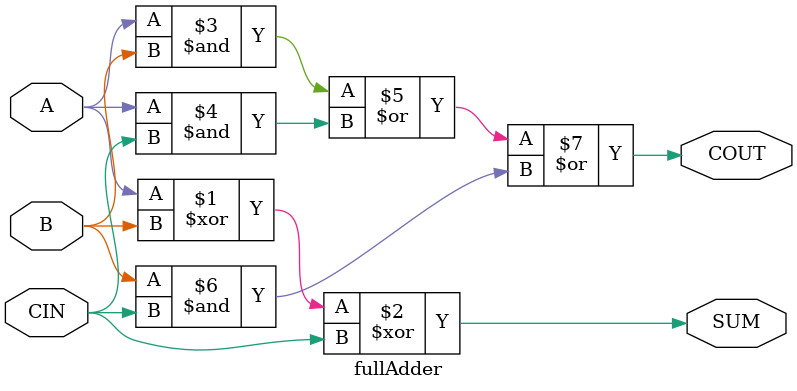
<source format=sv>

module fullAdder (
	input logic A, B, CIN,
	output logic SUM, COUT
);
	
	//sum is always the XOR of the two values and Cin
	assign SUM = A ^ B ^ CIN;
	//carry out is high if we every have 1 + 1 or higher
	assign COUT = (A & B) | (A & CIN) | (B & CIN);

endmodule
/*
module fullAdder_tb();
	// system signals
	logic A, B, CIN, SUM, COUT;
	logic clk;

	//declare the design under test
	fullAdder DUT(A, B, CIN, SUM, COUT);

	//simulated clock
	parameter period = 10;
	initial begin
		clk <= 0;
		forever #(period/2) clk <= ~clk;
	end

	//full coverage test
	initial begin
		A <= 0; B <= 0; CIN <= 0;	@(posedge clk);
		A <= 0; B <= 1; 				@(posedge clk);
		A <= 1; B <= 0; 				@(posedge clk);
		A <= 1; B <= 1; 				@(posedge clk);
							 				@(posedge clk);
		A <= 0; B <= 0; CIN <= 1;  @(posedge clk);
		A <= 0; B <= 1; 				@(posedge clk);
		A <= 1; B <= 0; 				@(posedge clk);
		A <= 1; B <= 1; 				@(posedge clk);
							 				@(posedge clk);
		$stop;
	end
endmodule
*/

</source>
